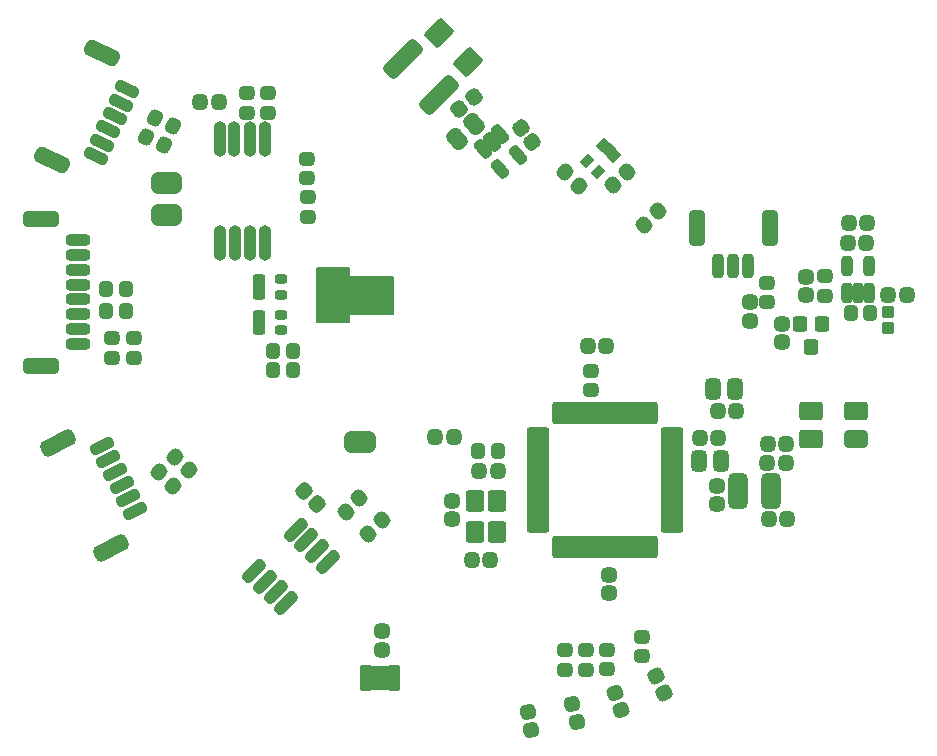
<source format=gbr>
%TF.GenerationSoftware,KiCad,Pcbnew,7.0.5.1-1-g8f565ef7f0-dirty-deb11*%
%TF.CreationDate,2023-06-28T16:47:18+00:00*%
%TF.ProjectId,USTTHUNDERMILLPCB01,55535454-4855-44e4-9445-524d494c4c50,rev?*%
%TF.SameCoordinates,Original*%
%TF.FileFunction,Soldermask,Top*%
%TF.FilePolarity,Negative*%
%FSLAX46Y46*%
G04 Gerber Fmt 4.6, Leading zero omitted, Abs format (unit mm)*
G04 Created by KiCad (PCBNEW 7.0.5.1-1-g8f565ef7f0-dirty-deb11) date 2023-06-28 16:47:18*
%MOMM*%
%LPD*%
G01*
G04 APERTURE LIST*
G04 Aperture macros list*
%AMRoundRect*
0 Rectangle with rounded corners*
0 $1 Rounding radius*
0 $2 $3 $4 $5 $6 $7 $8 $9 X,Y pos of 4 corners*
0 Add a 4 corners polygon primitive as box body*
4,1,4,$2,$3,$4,$5,$6,$7,$8,$9,$2,$3,0*
0 Add four circle primitives for the rounded corners*
1,1,$1+$1,$2,$3*
1,1,$1+$1,$4,$5*
1,1,$1+$1,$6,$7*
1,1,$1+$1,$8,$9*
0 Add four rect primitives between the rounded corners*
20,1,$1+$1,$2,$3,$4,$5,0*
20,1,$1+$1,$4,$5,$6,$7,0*
20,1,$1+$1,$6,$7,$8,$9,0*
20,1,$1+$1,$8,$9,$2,$3,0*%
%AMFreePoly0*
4,1,40,0.586777,0.930194,0.656366,0.874698,0.694986,0.794504,0.700000,0.750000,0.700000,-0.750000,0.680194,-0.836777,0.624698,-0.906366,0.544504,-0.944986,0.500000,-0.950000,0.000000,-0.950000,-0.022297,-0.944911,-0.071157,-0.944911,-0.127504,-0.936810,-0.264055,-0.896715,-0.315837,-0.873066,-0.435559,-0.796125,-0.478580,-0.758847,-0.571777,-0.651292,-0.602554,-0.603402,-0.661673,-0.473948,
-0.677710,-0.419330,-0.697964,-0.278464,-0.700000,-0.250000,-0.700000,0.250000,-0.697964,0.278464,-0.677710,0.419330,-0.661673,0.473948,-0.602554,0.603402,-0.571777,0.651292,-0.478580,0.758847,-0.435559,0.796125,-0.315837,0.873066,-0.264055,0.896715,-0.127504,0.936810,-0.071157,0.944911,-0.044660,0.944911,-0.044504,0.944986,0.000000,0.950000,0.500000,0.950000,0.586777,0.930194,
0.586777,0.930194,$1*%
%AMFreePoly1*
4,1,40,0.022297,0.944911,0.071157,0.944911,0.127504,0.936810,0.264055,0.896715,0.315837,0.873066,0.435559,0.796125,0.478580,0.758847,0.571777,0.651292,0.602554,0.603402,0.661673,0.473948,0.677710,0.419330,0.697964,0.278464,0.700000,0.250000,0.700000,-0.250000,0.697964,-0.278464,0.677710,-0.419330,0.661673,-0.473948,0.602554,-0.603402,0.571777,-0.651292,0.478580,-0.758847,
0.435559,-0.796125,0.315837,-0.873066,0.264055,-0.896715,0.127504,-0.936810,0.071157,-0.944911,0.044660,-0.944911,0.044504,-0.944986,0.000000,-0.950000,-0.500000,-0.950000,-0.586777,-0.930194,-0.656366,-0.874698,-0.694986,-0.794504,-0.700000,-0.750000,-0.700000,0.750000,-0.680194,0.836777,-0.624698,0.906366,-0.544504,0.944986,-0.500000,0.950000,0.000000,0.950000,0.022297,0.944911,
0.022297,0.944911,$1*%
G04 Aperture macros list end*
%ADD10C,0.150000*%
%ADD11O,1.100000X3.000000*%
%ADD12RoundRect,0.400000X0.275000X-0.200000X0.275000X0.200000X-0.275000X0.200000X-0.275000X-0.200000X0*%
%ADD13RoundRect,0.400000X-0.275000X0.200000X-0.275000X-0.200000X0.275000X-0.200000X0.275000X0.200000X0*%
%ADD14RoundRect,0.400000X0.335876X0.053033X0.053033X0.335876X-0.335876X-0.053033X-0.053033X-0.335876X0*%
%ADD15RoundRect,0.425000X-0.225000X-0.250000X0.225000X-0.250000X0.225000X0.250000X-0.225000X0.250000X0*%
%ADD16RoundRect,0.450000X-0.113813X0.524568X-0.496835X0.203174X0.113813X-0.524568X0.496835X-0.203174X0*%
%ADD17RoundRect,0.418750X0.304135X-0.144974X0.190902X0.277619X-0.304135X0.144974X-0.190902X-0.277619X0*%
%ADD18RoundRect,0.418750X0.324689X-0.089959X0.139794X0.306551X-0.324689X0.089959X-0.139794X-0.306551X0*%
%ADD19RoundRect,0.400000X-0.200000X-0.275000X0.200000X-0.275000X0.200000X0.275000X-0.200000X0.275000X0*%
%ADD20RoundRect,0.418750X0.290343X-0.170929X0.214371X0.259924X-0.290343X0.170929X-0.214371X-0.259924X0*%
%ADD21RoundRect,0.400000X0.200000X0.275000X-0.200000X0.275000X-0.200000X-0.275000X0.200000X-0.275000X0*%
%ADD22RoundRect,0.400000X0.297482X0.164711X-0.065042X0.333758X-0.297482X-0.164711X0.065042X-0.333758X0*%
%ADD23RoundRect,0.425000X0.225000X0.250000X-0.225000X0.250000X-0.225000X-0.250000X0.225000X-0.250000X0*%
%ADD24RoundRect,0.450000X0.250000X0.475000X-0.250000X0.475000X-0.250000X-0.475000X0.250000X-0.475000X0*%
%ADD25RoundRect,0.450000X-0.250000X-0.475000X0.250000X-0.475000X0.250000X0.475000X-0.250000X0.475000X0*%
%ADD26RoundRect,0.350000X-0.477297X-0.689429X0.689429X0.477297X0.477297X0.689429X-0.689429X-0.477297X0*%
%ADD27RoundRect,0.350000X-0.571023X0.431779X-0.697808X0.159887X0.571023X-0.431779X0.697808X-0.159887X0*%
%ADD28RoundRect,0.450000X-0.891284X0.691457X-1.102593X0.238303X0.891284X-0.691457X1.102593X-0.238303X0*%
%ADD29FreePoly0,180.000000*%
%ADD30FreePoly1,180.000000*%
%ADD31RoundRect,0.200000X-0.325000X-0.200000X0.325000X-0.200000X0.325000X0.200000X-0.325000X0.200000X0*%
%ADD32RoundRect,0.200000X1.060660X0.141421X0.141421X1.060660X-1.060660X-0.141421X-0.141421X-1.060660X0*%
%ADD33RoundRect,0.425000X-0.250000X0.225000X-0.250000X-0.225000X0.250000X-0.225000X0.250000X0.225000X0*%
%ADD34RoundRect,0.450000X0.375000X1.075000X-0.375000X1.075000X-0.375000X-1.075000X0.375000X-1.075000X0*%
%ADD35RoundRect,0.425000X0.336138X-0.011663X0.046884X0.333057X-0.336138X0.011663X-0.046884X-0.333057X0*%
%ADD36RoundRect,0.350000X-0.444335X0.296180X0.214522X-0.489016X0.444335X-0.296180X-0.214522X0.489016X0*%
%ADD37RoundRect,0.200000X-0.400000X0.450000X-0.400000X-0.450000X0.400000X-0.450000X0.400000X0.450000X0*%
%ADD38RoundRect,0.200000X-0.775000X-0.575000X0.775000X-0.575000X0.775000X0.575000X-0.775000X0.575000X0*%
%ADD39RoundRect,0.200000X-0.775000X-0.525000X0.775000X-0.525000X0.775000X0.525000X-0.775000X0.525000X0*%
%ADD40RoundRect,0.200000X-0.750000X-0.275000X0.750000X-0.275000X0.750000X0.275000X-0.750000X0.275000X0*%
%ADD41RoundRect,0.200000X0.275000X-0.750000X0.275000X0.750000X-0.275000X0.750000X-0.275000X-0.750000X0*%
%ADD42RoundRect,0.200000X0.350000X-0.300000X0.350000X0.300000X-0.350000X0.300000X-0.350000X-0.300000X0*%
%ADD43RoundRect,0.400000X-0.053033X0.335876X-0.335876X0.053033X0.053033X-0.335876X0.335876X-0.053033X0*%
%ADD44RoundRect,0.425000X0.250000X-0.225000X0.250000X0.225000X-0.250000X0.225000X-0.250000X-0.225000X0*%
%ADD45RoundRect,0.350000X-0.691803X-0.184142X-0.555606X-0.451444X0.691803X0.184142X0.555606X0.451444X0*%
%ADD46RoundRect,0.450000X-1.093605X-0.276638X-0.866610X-0.722141X1.093605X0.276638X0.866610X0.722141X0*%
%ADD47RoundRect,0.350000X0.150000X-0.512500X0.150000X0.512500X-0.150000X0.512500X-0.150000X-0.512500X0*%
%ADD48RoundRect,0.400000X0.053033X-0.335876X0.335876X-0.053033X-0.053033X0.335876X-0.335876X0.053033X0*%
%ADD49RoundRect,0.200000X-0.600000X0.700000X-0.600000X-0.700000X0.600000X-0.700000X0.600000X0.700000X0*%
%ADD50RoundRect,0.350000X0.150000X0.700000X-0.150000X0.700000X-0.150000X-0.700000X0.150000X-0.700000X0*%
%ADD51RoundRect,0.450000X0.250000X1.100000X-0.250000X1.100000X-0.250000X-1.100000X0.250000X-1.100000X0*%
%ADD52RoundRect,0.425000X0.335876X0.017678X0.017678X0.335876X-0.335876X-0.017678X-0.017678X-0.335876X0*%
%ADD53RoundRect,0.450000X-1.246276X-0.804334X-0.804334X-1.246276X1.246276X0.804334X0.804334X1.246276X0*%
%ADD54RoundRect,0.200000X0.088388X0.371231X-0.371231X-0.088388X-0.088388X-0.371231X0.371231X0.088388X0*%
%ADD55RoundRect,0.425000X-0.011663X-0.336138X0.333057X-0.046884X0.011663X0.336138X-0.333057X0.046884X0*%
%ADD56RoundRect,0.200000X0.300000X0.150000X-0.300000X0.150000X-0.300000X-0.150000X0.300000X-0.150000X0*%
%ADD57RoundRect,0.200000X0.500000X0.850000X-0.500000X0.850000X-0.500000X-0.850000X0.500000X-0.850000X0*%
%ADD58RoundRect,0.350000X-0.700000X0.150000X-0.700000X-0.150000X0.700000X-0.150000X0.700000X0.150000X0*%
%ADD59RoundRect,0.450000X-1.100000X0.250000X-1.100000X-0.250000X1.100000X-0.250000X1.100000X0.250000X0*%
%ADD60RoundRect,0.418750X0.315613X-0.117915X0.165979X0.293200X-0.315613X0.117915X-0.165979X-0.293200X0*%
G04 APERTURE END LIST*
D10*
X-12593200Y1544000D02*
X-7493200Y1544000D01*
X-7493200Y-1556000D01*
X-12593200Y-1556000D01*
X-12593200Y1544000D01*
G36*
X-12593200Y1544000D02*
G01*
X-7493200Y1544000D01*
X-7493200Y-1556000D01*
X-12593200Y-1556000D01*
X-12593200Y1544000D01*
G37*
X-13893200Y2294000D02*
X-11193200Y2294000D01*
X-11193200Y-2256000D01*
X-13893200Y-2256000D01*
X-13893200Y2294000D01*
G36*
X-13893200Y2294000D02*
G01*
X-11193200Y2294000D01*
X-11193200Y-2256000D01*
X-13893200Y-2256000D01*
X-13893200Y2294000D01*
G37*
X-12593200Y1544000D02*
X-7493200Y1544000D01*
X-7493200Y-1556000D01*
X-12593200Y-1556000D01*
X-12593200Y1544000D01*
G36*
X-12593200Y1544000D02*
G01*
X-7493200Y1544000D01*
X-7493200Y-1556000D01*
X-12593200Y-1556000D01*
X-12593200Y1544000D01*
G37*
X-13893200Y2294000D02*
X-11193200Y2294000D01*
X-11193200Y-2256000D01*
X-13893200Y-2256000D01*
X-13893200Y2294000D01*
G36*
X-13893200Y2294000D02*
G01*
X-11193200Y2294000D01*
X-11193200Y-2256000D01*
X-13893200Y-2256000D01*
X-13893200Y2294000D01*
G37*
D11*
%TO.C,U4*%
X-22170000Y4400000D03*
X-20900000Y4400000D03*
X-19630000Y4400000D03*
X-18355000Y4400000D03*
X-18360000Y13200000D03*
X-19630000Y13200000D03*
X-20965000Y13200000D03*
X-22170000Y13200000D03*
%TD*%
D12*
%TO.C,R5*%
X8884000Y-31695400D03*
X8884000Y-30045400D03*
%TD*%
D13*
%TO.C,R26*%
X9300000Y-6400000D03*
X9300000Y-8050000D03*
%TD*%
D14*
%TO.C,R16*%
X-24771000Y-14815000D03*
X-25937726Y-13648274D03*
%TD*%
D15*
%TO.C,C14*%
X24225000Y-12600000D03*
X25775000Y-12600000D03*
%TD*%
D16*
%TO.C,C6*%
X-638094Y14482552D03*
X-2093578Y13261256D03*
%TD*%
D17*
%TO.C,D3*%
X8071820Y-36149667D03*
X7664180Y-34628333D03*
%TD*%
D12*
%TO.C,R21*%
X13583000Y-30562000D03*
X13583000Y-28912000D03*
%TD*%
%TO.C,R9*%
X-14800000Y9900000D03*
X-14800000Y11550000D03*
%TD*%
D18*
%TO.C,D6*%
X15439812Y-33689717D03*
X14774188Y-32262283D03*
%TD*%
D13*
%TO.C,R3*%
X29100000Y1625000D03*
X29100000Y-25000D03*
%TD*%
D19*
%TO.C,R1*%
X31250000Y-1500000D03*
X32900000Y-1500000D03*
%TD*%
D20*
%TO.C,D4*%
X4194748Y-36799536D03*
X3921252Y-35248464D03*
%TD*%
D21*
%TO.C,R8*%
X-15975000Y-6300000D03*
X-17625000Y-6300000D03*
%TD*%
D22*
%TO.C,R24*%
X-26154592Y14352680D03*
X-27650000Y15050000D03*
%TD*%
D23*
%TO.C,C10*%
X21575000Y-9800000D03*
X20025000Y-9800000D03*
%TD*%
D24*
%TO.C,C9*%
X21500000Y-7900000D03*
X19600000Y-7900000D03*
%TD*%
D25*
%TO.C,C21*%
X18400000Y-14000000D03*
X20300000Y-14000000D03*
%TD*%
D26*
%TO.C,U9*%
X-19232128Y-23346051D03*
X-18334102Y-24244076D03*
X-17436076Y-25142102D03*
X-16538051Y-26040128D03*
X-13037872Y-22539949D03*
X-13935898Y-21641924D03*
X-14833924Y-20743898D03*
X-15731949Y-19845872D03*
%TD*%
D14*
%TO.C,R27*%
X8250000Y9250000D03*
X7083274Y10416726D03*
%TD*%
D13*
%TO.C,R7*%
X-18100000Y17100000D03*
X-18100000Y15450000D03*
%TD*%
D27*
%TO.C,J1*%
X-30002649Y17450368D03*
X-30530921Y16317483D03*
X-31059194Y15184599D03*
X-31587467Y14051714D03*
X-32115740Y12918829D03*
X-32644013Y11785944D03*
D28*
X-32120990Y20479416D03*
X-36326041Y11461653D03*
%TD*%
D23*
%TO.C,C19*%
X10550000Y-4300000D03*
X9000000Y-4300000D03*
%TD*%
D29*
%TO.C,JP3*%
X-26050000Y6800000D03*
D30*
X-27350000Y6800000D03*
%TD*%
D31*
%TO.C,U10*%
X-18850000Y-1650000D03*
X-18850000Y-2300000D03*
X-18850000Y-2950000D03*
X-16950000Y-2950000D03*
X-16950000Y-1650000D03*
%TD*%
D23*
%TO.C,C17*%
X725000Y-22420000D03*
X-825000Y-22420000D03*
%TD*%
D32*
%TO.C,D2*%
X-1125126Y19725126D03*
X-3600000Y22200000D03*
%TD*%
D33*
%TO.C,C15*%
X-2500000Y-17425000D03*
X-2500000Y-18975000D03*
%TD*%
D34*
%TO.C,L1*%
X24500000Y-16600000D03*
X21700000Y-16600000D03*
%TD*%
D29*
%TO.C,JP2*%
X-26050000Y9500000D03*
D30*
X-27350000Y9500000D03*
%TD*%
D35*
%TO.C,C8*%
X4298160Y13006316D03*
X3301840Y14193684D03*
%TD*%
D21*
%TO.C,R19*%
X-30125000Y500000D03*
X-31775000Y500000D03*
%TD*%
D36*
%TO.C,U3*%
X1596571Y13632024D03*
X868829Y13021376D03*
X141087Y12410727D03*
X1603429Y10667976D03*
X3058913Y11889273D03*
%TD*%
D37*
%TO.C,U1*%
X28850000Y-2400000D03*
X26950000Y-2400000D03*
X27900000Y-4400000D03*
%TD*%
D21*
%TO.C,R10*%
X-15975000Y-4700000D03*
X-17625000Y-4700000D03*
%TD*%
D15*
%TO.C,C26*%
X31025000Y4400000D03*
X32575000Y4400000D03*
%TD*%
D33*
%TO.C,C18*%
X10789000Y-23692000D03*
X10789000Y-25242000D03*
%TD*%
D29*
%TO.C,JP1*%
X-9650000Y-12400000D03*
D30*
X-10950000Y-12400000D03*
%TD*%
D38*
%TO.C,SW1*%
X27900000Y-9750000D03*
X31700000Y-9750000D03*
X27900000Y-12150000D03*
D39*
X31700000Y-12150000D03*
%TD*%
D31*
%TO.C,U11*%
X-18850000Y1350000D03*
X-18850000Y700000D03*
X-18850000Y50000D03*
X-16950000Y50000D03*
X-16950000Y1350000D03*
%TD*%
D40*
%TO.C,U8*%
X4750800Y-11630000D03*
X4750800Y-12430000D03*
X4750800Y-13230000D03*
X4750800Y-14030000D03*
X4750800Y-14830000D03*
X4750800Y-15630000D03*
X4750800Y-16430000D03*
X4750800Y-17230000D03*
X4750800Y-18030000D03*
X4750800Y-18830000D03*
X4750800Y-19630000D03*
D41*
X6450800Y-21330000D03*
X7250800Y-21330000D03*
X8050800Y-21330000D03*
X8850800Y-21330000D03*
X9650800Y-21330000D03*
X10450800Y-21330000D03*
X11250800Y-21330000D03*
X12050800Y-21330000D03*
X12850800Y-21330000D03*
X13650800Y-21330000D03*
X14450800Y-21330000D03*
D40*
X16150800Y-19630000D03*
X16150800Y-18830000D03*
X16150800Y-18030000D03*
X16150800Y-17230000D03*
X16150800Y-16430000D03*
X16150800Y-15630000D03*
X16150800Y-14830000D03*
X16150800Y-14030000D03*
X16150800Y-13230000D03*
X16150800Y-12430000D03*
X16150800Y-11630000D03*
D41*
X14450800Y-9930000D03*
X13650800Y-9930000D03*
X12850800Y-9930000D03*
X12050800Y-9930000D03*
X11250800Y-9930000D03*
X10450800Y-9930000D03*
X9650800Y-9930000D03*
X8850800Y-9930000D03*
X8050800Y-9930000D03*
X7250800Y-9930000D03*
X6450800Y-9930000D03*
%TD*%
D42*
%TO.C,D1*%
X34400000Y-1400000D03*
X34400000Y-2800000D03*
%TD*%
D33*
%TO.C,C4*%
X27500000Y1575000D03*
X27500000Y25000D03*
%TD*%
D43*
%TO.C,R13*%
X-10344637Y-17152637D03*
X-11511363Y-18319363D03*
%TD*%
D13*
%TO.C,R6*%
X-19878000Y17100000D03*
X-19878000Y15450000D03*
%TD*%
D33*
%TO.C,C16*%
X19900000Y-16100000D03*
X19900000Y-17650000D03*
%TD*%
D44*
%TO.C,C3*%
X22700000Y-2150000D03*
X22700000Y-600000D03*
%TD*%
D45*
%TO.C,J6*%
X-32161358Y-12714722D03*
X-31593870Y-13828480D03*
X-31026382Y-14942238D03*
X-30458894Y-16055997D03*
X-29891406Y-17169755D03*
X-29323918Y-18283513D03*
D46*
X-35852462Y-12519130D03*
X-31335256Y-21384645D03*
%TD*%
D43*
%TO.C,R12*%
X-8439637Y-19057637D03*
X-9606363Y-20224363D03*
%TD*%
D15*
%TO.C,C23*%
X18500000Y-12100000D03*
X20050000Y-12100000D03*
%TD*%
D47*
%TO.C,U2*%
X30900000Y225000D03*
X31850000Y225000D03*
X32800000Y225000D03*
X32800000Y2500000D03*
X30900000Y2500000D03*
%TD*%
D48*
%TO.C,R28*%
X11166637Y9316637D03*
X12333363Y10483363D03*
%TD*%
D49*
%TO.C,Y1*%
X-558400Y-17441400D03*
X-558400Y-20041400D03*
X1341600Y-20041400D03*
X1341600Y-17441400D03*
%TD*%
D23*
%TO.C,C22*%
X-22250000Y16400000D03*
X-23800000Y16400000D03*
%TD*%
D50*
%TO.C,J2*%
X22550000Y2500000D03*
X21300000Y2500000D03*
X20050000Y2500000D03*
D51*
X24400000Y5700000D03*
X18200000Y5700000D03*
%TD*%
D12*
%TO.C,R2*%
X24200000Y-600000D03*
X24200000Y1050000D03*
%TD*%
D33*
%TO.C,C1*%
X25400000Y-2400000D03*
X25400000Y-3950000D03*
%TD*%
D12*
%TO.C,R22*%
X-29450000Y-5275000D03*
X-29450000Y-3625000D03*
%TD*%
%TO.C,R23*%
X-31300000Y-5275000D03*
X-31300000Y-3625000D03*
%TD*%
D13*
%TO.C,R11*%
X-14700000Y8325000D03*
X-14700000Y6675000D03*
%TD*%
D12*
%TO.C,R18*%
X10662000Y-31642000D03*
X10662000Y-29992000D03*
%TD*%
D23*
%TO.C,C5*%
X32675000Y6100000D03*
X31125000Y6100000D03*
%TD*%
%TO.C,C20*%
X1375000Y-14870000D03*
X-175000Y-14870000D03*
%TD*%
D15*
%TO.C,C25*%
X-3900000Y-12000000D03*
X-2350000Y-12000000D03*
%TD*%
D22*
%TO.C,R25*%
X-26900000Y12750000D03*
X-28395408Y13447320D03*
%TD*%
D44*
%TO.C,C11*%
X-8400000Y-30000000D03*
X-8400000Y-28450000D03*
%TD*%
D23*
%TO.C,C2*%
X36000000Y0D03*
X34450000Y0D03*
%TD*%
D15*
%TO.C,C13*%
X24300000Y-18900000D03*
X25850000Y-18900000D03*
%TD*%
D14*
%TO.C,R17*%
X-26144274Y-16108726D03*
X-27311000Y-14942000D03*
%TD*%
D21*
%TO.C,R20*%
X-30125000Y-1300000D03*
X-31775000Y-1300000D03*
%TD*%
%TO.C,R14*%
X1365000Y-13170000D03*
X-285000Y-13170000D03*
%TD*%
D52*
%TO.C,C24*%
X-13951992Y-17648008D03*
X-15048008Y-16551992D03*
%TD*%
D53*
%TO.C,F1*%
X-6611441Y20011441D03*
X-3588559Y16988559D03*
%TD*%
D12*
%TO.C,R15*%
X7106000Y-31705000D03*
X7106000Y-30055000D03*
%TD*%
D54*
%TO.C,U12*%
X11231371Y11812132D03*
X10771751Y12271751D03*
X10312132Y12731371D03*
X8968629Y11387868D03*
X9887868Y10468629D03*
%TD*%
D55*
%TO.C,C7*%
X-1867856Y15816114D03*
X-680488Y16812434D03*
%TD*%
D43*
%TO.C,R4*%
X14933363Y7133363D03*
X13766637Y5966637D03*
%TD*%
D56*
%TO.C,U7*%
X-7400000Y-33150000D03*
X-7400000Y-32650000D03*
X-7400000Y-32150000D03*
X-7400000Y-31650000D03*
X-9800000Y-31650000D03*
X-9800000Y-32150000D03*
X-9800000Y-32650000D03*
X-9800000Y-33150000D03*
D57*
X-8600000Y-32400000D03*
%TD*%
D15*
%TO.C,C12*%
X24200000Y-14200000D03*
X25750000Y-14200000D03*
%TD*%
D58*
%TO.C,J5*%
X-34131516Y4651871D03*
X-34131516Y3401871D03*
X-34131516Y2151871D03*
X-34131516Y901871D03*
X-34131516Y-348129D03*
X-34131516Y-1598129D03*
X-34131516Y-2848129D03*
X-34131516Y-4098129D03*
D59*
X-37331516Y6501871D03*
X-37331516Y-5948129D03*
%TD*%
D60*
%TO.C,D5*%
X11820341Y-35113008D03*
X11281659Y-33632992D03*
%TD*%
M02*

</source>
